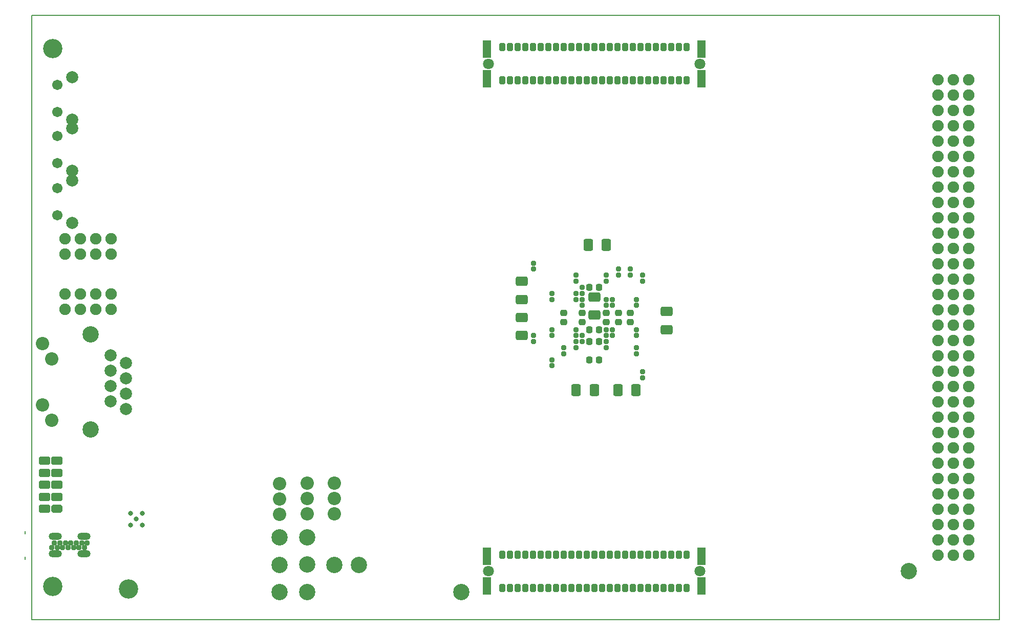
<source format=gbs>
G04*
G04 #@! TF.GenerationSoftware,Altium Limited,Altium Designer,19.0.10 (269)*
G04*
G04 Layer_Color=16711935*
%FSLAX44Y44*%
%MOMM*%
G71*
G01*
G75*
%ADD10C,0.1500*%
G04:AMPARAMS|DCode=20|XSize=0.9532mm|YSize=1.1032mm|CornerRadius=0.1954mm|HoleSize=0mm|Usage=FLASHONLY|Rotation=0.000|XOffset=0mm|YOffset=0mm|HoleType=Round|Shape=RoundedRectangle|*
%AMROUNDEDRECTD20*
21,1,0.9532,0.7125,0,0,0.0*
21,1,0.5625,1.1032,0,0,0.0*
1,1,0.3907,0.2813,-0.3563*
1,1,0.3907,-0.2813,-0.3563*
1,1,0.3907,-0.2813,0.3563*
1,1,0.3907,0.2813,0.3563*
%
%ADD20ROUNDEDRECTD20*%
G04:AMPARAMS|DCode=23|XSize=0.9532mm|YSize=1.1032mm|CornerRadius=0.1954mm|HoleSize=0mm|Usage=FLASHONLY|Rotation=90.000|XOffset=0mm|YOffset=0mm|HoleType=Round|Shape=RoundedRectangle|*
%AMROUNDEDRECTD23*
21,1,0.9532,0.7125,0,0,90.0*
21,1,0.5625,1.1032,0,0,90.0*
1,1,0.3907,0.3563,0.2813*
1,1,0.3907,0.3563,-0.2813*
1,1,0.3907,-0.3563,-0.2813*
1,1,0.3907,-0.3563,0.2813*
%
%ADD23ROUNDEDRECTD23*%
G04:AMPARAMS|DCode=38|XSize=0.8032mm|YSize=0.8032mm|CornerRadius=0.1766mm|HoleSize=0mm|Usage=FLASHONLY|Rotation=270.000|XOffset=0mm|YOffset=0mm|HoleType=Round|Shape=RoundedRectangle|*
%AMROUNDEDRECTD38*
21,1,0.8032,0.4500,0,0,270.0*
21,1,0.4500,0.8032,0,0,270.0*
1,1,0.3532,-0.2250,-0.2250*
1,1,0.3532,-0.2250,0.2250*
1,1,0.3532,0.2250,0.2250*
1,1,0.3532,0.2250,-0.2250*
%
%ADD38ROUNDEDRECTD38*%
%ADD43R,1.4032X2.9032*%
G04:AMPARAMS|DCode=44|XSize=1.0032mm|YSize=1.3032mm|CornerRadius=0.2016mm|HoleSize=0mm|Usage=FLASHONLY|Rotation=180.000|XOffset=0mm|YOffset=0mm|HoleType=Round|Shape=RoundedRectangle|*
%AMROUNDEDRECTD44*
21,1,1.0032,0.9000,0,0,180.0*
21,1,0.6000,1.3032,0,0,180.0*
1,1,0.4032,-0.3000,0.4500*
1,1,0.4032,0.3000,0.4500*
1,1,0.4032,0.3000,-0.4500*
1,1,0.4032,-0.3000,-0.4500*
%
%ADD44ROUNDEDRECTD44*%
%ADD45C,2.7032*%
%ADD46C,2.2032*%
%ADD47C,3.2032*%
%ADD48C,1.9032*%
%ADD49C,1.7032*%
%ADD50C,2.0032*%
%ADD51C,1.8032*%
G04:AMPARAMS|DCode=52|XSize=1.4224mm|YSize=1.9304mm|CornerRadius=0.4064mm|HoleSize=0mm|Usage=FLASHONLY|Rotation=270.000|XOffset=0mm|YOffset=0mm|HoleType=Round|Shape=RoundedRectangle|*
%AMROUNDEDRECTD52*
21,1,1.4224,1.1176,0,0,270.0*
21,1,0.6096,1.9304,0,0,270.0*
1,1,0.8128,-0.5588,-0.3048*
1,1,0.8128,-0.5588,0.3048*
1,1,0.8128,0.5588,0.3048*
1,1,0.8128,0.5588,-0.3048*
%
%ADD52ROUNDEDRECTD52*%
G04:AMPARAMS|DCode=53|XSize=1.4224mm|YSize=1.9304mm|CornerRadius=0mm|HoleSize=0mm|Usage=FLASHONLY|Rotation=270.000|XOffset=0mm|YOffset=0mm|HoleType=Round|Shape=Octagon|*
%AMOCTAGOND53*
4,1,8,0.9652,0.3556,0.9652,-0.3556,0.6096,-0.7112,-0.6096,-0.7112,-0.9652,-0.3556,-0.9652,0.3556,-0.6096,0.7112,0.6096,0.7112,0.9652,0.3556,0.0*
%
%ADD53OCTAGOND53*%

%ADD54O,2.2032X1.2032*%
%ADD55C,0.9532*%
%ADD56C,0.8032*%
G04:AMPARAMS|DCode=112|XSize=1.9532mm|YSize=1.5532mm|CornerRadius=0.2704mm|HoleSize=0mm|Usage=FLASHONLY|Rotation=180.000|XOffset=0mm|YOffset=0mm|HoleType=Round|Shape=RoundedRectangle|*
%AMROUNDEDRECTD112*
21,1,1.9532,1.0125,0,0,180.0*
21,1,1.4125,1.5532,0,0,180.0*
1,1,0.5407,-0.7063,0.5063*
1,1,0.5407,0.7063,0.5063*
1,1,0.5407,0.7063,-0.5063*
1,1,0.5407,-0.7063,-0.5063*
%
%ADD112ROUNDEDRECTD112*%
G04:AMPARAMS|DCode=113|XSize=1.9532mm|YSize=1.5532mm|CornerRadius=0.2704mm|HoleSize=0mm|Usage=FLASHONLY|Rotation=90.000|XOffset=0mm|YOffset=0mm|HoleType=Round|Shape=RoundedRectangle|*
%AMROUNDEDRECTD113*
21,1,1.9532,1.0125,0,0,90.0*
21,1,1.4125,1.5532,0,0,90.0*
1,1,0.5407,0.5063,0.7063*
1,1,0.5407,0.5063,-0.7063*
1,1,0.5407,-0.5063,-0.7063*
1,1,0.5407,-0.5063,0.7063*
%
%ADD113ROUNDEDRECTD113*%
D10*
X0Y0D02*
X1600000D01*
Y1000000D01*
X0D02*
X1600000D01*
X0Y0D02*
Y1000000D01*
X-11500Y99900D02*
Y103900D01*
Y141900D02*
Y145900D01*
D20*
X922000Y460000D02*
D03*
X938000D02*
D03*
X922000Y430000D02*
D03*
X938000D02*
D03*
X922000Y550000D02*
D03*
X938000D02*
D03*
X922000Y480000D02*
D03*
X938000D02*
D03*
D23*
X970000Y508000D02*
D03*
Y492000D02*
D03*
X950000Y508000D02*
D03*
Y492000D02*
D03*
X880000D02*
D03*
Y508000D02*
D03*
X990000Y508000D02*
D03*
Y492000D02*
D03*
X910000Y492000D02*
D03*
Y508000D02*
D03*
D38*
X830000Y590000D02*
D03*
X830000Y580000D02*
D03*
X960000Y530000D02*
D03*
X960000Y520000D02*
D03*
X1000000Y440000D02*
D03*
X1000000Y450000D02*
D03*
X910000Y530000D02*
D03*
X910000Y520000D02*
D03*
X950000Y470000D02*
D03*
X950000Y480000D02*
D03*
X990000Y570000D02*
D03*
X990000Y580000D02*
D03*
X860000Y530000D02*
D03*
X860000Y540000D02*
D03*
X1010000Y570000D02*
D03*
X1010000Y560000D02*
D03*
X1000000Y530000D02*
D03*
X1000000Y520000D02*
D03*
X950000Y570000D02*
D03*
X950000Y560000D02*
D03*
X830000Y460000D02*
D03*
X830000Y470000D02*
D03*
X910000Y550000D02*
D03*
X910000Y540000D02*
D03*
X900000Y570000D02*
D03*
X900000Y560000D02*
D03*
X950000Y520000D02*
D03*
X950000Y530000D02*
D03*
X900000Y450000D02*
D03*
X900000Y460000D02*
D03*
X900000Y470000D02*
D03*
X900000Y480000D02*
D03*
X860000Y420000D02*
D03*
X860000Y430000D02*
D03*
X910000Y460000D02*
D03*
X910000Y470000D02*
D03*
X880000Y440000D02*
D03*
X880000Y450000D02*
D03*
X900000Y540000D02*
D03*
X900000Y530000D02*
D03*
X1010000Y400000D02*
D03*
X1010000Y410000D02*
D03*
X950000Y450000D02*
D03*
X950000Y460000D02*
D03*
X860000Y480000D02*
D03*
X860000Y470000D02*
D03*
X1000000Y480000D02*
D03*
X1000000Y470000D02*
D03*
X970000Y580000D02*
D03*
X970000Y570000D02*
D03*
X960000Y470000D02*
D03*
X960000Y480000D02*
D03*
D43*
X752500Y895500D02*
D03*
Y944500D02*
D03*
X1107500Y895500D02*
D03*
Y944500D02*
D03*
X752500Y55500D02*
D03*
Y104500D02*
D03*
X1107500Y55500D02*
D03*
Y104500D02*
D03*
D44*
X777600Y892500D02*
D03*
D03*
X790300D02*
D03*
X803000D02*
D03*
X815700D02*
D03*
X828400D02*
D03*
X841100D02*
D03*
X853800D02*
D03*
X866500D02*
D03*
X879200D02*
D03*
X891900D02*
D03*
X904600D02*
D03*
X917300D02*
D03*
X930000D02*
D03*
X942700D02*
D03*
X955400D02*
D03*
X968100D02*
D03*
X980800D02*
D03*
X993500D02*
D03*
X1006200D02*
D03*
X1018900D02*
D03*
X777600Y947500D02*
D03*
D03*
X790300D02*
D03*
X803000D02*
D03*
X815700D02*
D03*
X828400D02*
D03*
X841100D02*
D03*
X853800D02*
D03*
X866500D02*
D03*
X879200D02*
D03*
X891900D02*
D03*
X904600D02*
D03*
X917300D02*
D03*
X930000D02*
D03*
X942700D02*
D03*
X955400D02*
D03*
X968100D02*
D03*
X980800D02*
D03*
X993500D02*
D03*
X1006200D02*
D03*
X1018900D02*
D03*
X1044300D02*
D03*
X1057000D02*
D03*
X1031600Y892500D02*
D03*
X1044300D02*
D03*
X1057000D02*
D03*
X1069700D02*
D03*
X1031600Y947500D02*
D03*
X1069700D02*
D03*
X1082400D02*
D03*
Y892500D02*
D03*
X777600Y52500D02*
D03*
D03*
X790300D02*
D03*
X803000D02*
D03*
X815700D02*
D03*
X828400D02*
D03*
X841100D02*
D03*
X853800D02*
D03*
X866500D02*
D03*
X879200D02*
D03*
X891900D02*
D03*
X904600D02*
D03*
X917300D02*
D03*
X930000D02*
D03*
X942700D02*
D03*
X955400D02*
D03*
X968100D02*
D03*
X980800D02*
D03*
X993500D02*
D03*
X1006200D02*
D03*
X1018900D02*
D03*
X777600Y107500D02*
D03*
D03*
X790300D02*
D03*
X803000D02*
D03*
X815700D02*
D03*
X828400D02*
D03*
X841100D02*
D03*
X853800D02*
D03*
X866500D02*
D03*
X879200D02*
D03*
X891900D02*
D03*
X904600D02*
D03*
X917300D02*
D03*
X930000D02*
D03*
X942700D02*
D03*
X955400D02*
D03*
X968100D02*
D03*
X980800D02*
D03*
X993500D02*
D03*
X1006200D02*
D03*
X1018900D02*
D03*
X1044300D02*
D03*
X1057000D02*
D03*
X1031600Y52500D02*
D03*
X1044300D02*
D03*
X1057000D02*
D03*
X1069700D02*
D03*
X1031600Y107500D02*
D03*
X1069700D02*
D03*
X1082400D02*
D03*
Y52500D02*
D03*
D45*
X541000Y90000D02*
D03*
X455000Y45000D02*
D03*
X410000Y44996D02*
D03*
X97480Y471890D02*
D03*
Y314410D02*
D03*
X1450000Y80000D02*
D03*
X410000Y90000D02*
D03*
X710000Y45000D02*
D03*
X500000Y90000D02*
D03*
X455000Y136000D02*
D03*
X410000D02*
D03*
X455000Y91000D02*
D03*
D46*
Y200000D02*
D03*
X455000Y225400D02*
D03*
Y174600D02*
D03*
X500000Y200000D02*
D03*
X500000Y225400D02*
D03*
Y174600D02*
D03*
X410000Y199600D02*
D03*
X410000Y225000D02*
D03*
Y174200D02*
D03*
X17978Y456396D02*
D03*
X33218Y329904D02*
D03*
Y430996D02*
D03*
X17978Y355304D02*
D03*
D47*
X160000Y50000D02*
D03*
X35000Y945000D02*
D03*
Y55000D02*
D03*
D48*
X55000Y539000D02*
D03*
Y513600D02*
D03*
X80400D02*
D03*
Y539000D02*
D03*
X131200D02*
D03*
Y513600D02*
D03*
X105800D02*
D03*
Y539000D02*
D03*
X55000Y630700D02*
D03*
Y605300D02*
D03*
X80400D02*
D03*
Y630700D02*
D03*
X131200D02*
D03*
Y605300D02*
D03*
X105800D02*
D03*
Y630700D02*
D03*
X1549000Y894000D02*
D03*
X1498200D02*
D03*
X1549000Y868600D02*
D03*
Y843200D02*
D03*
Y817800D02*
D03*
Y792400D02*
D03*
Y767000D02*
D03*
Y741600D02*
D03*
Y716200D02*
D03*
Y690800D02*
D03*
Y665400D02*
D03*
Y640000D02*
D03*
Y614600D02*
D03*
Y589200D02*
D03*
Y563800D02*
D03*
Y538400D02*
D03*
Y513000D02*
D03*
Y487600D02*
D03*
Y462200D02*
D03*
Y436800D02*
D03*
Y411400D02*
D03*
Y386000D02*
D03*
Y360600D02*
D03*
Y335200D02*
D03*
Y309800D02*
D03*
Y284400D02*
D03*
Y259000D02*
D03*
Y233600D02*
D03*
Y208200D02*
D03*
Y182800D02*
D03*
Y157400D02*
D03*
Y132000D02*
D03*
Y106600D02*
D03*
X1523600Y894000D02*
D03*
Y868600D02*
D03*
Y843200D02*
D03*
Y817800D02*
D03*
Y792400D02*
D03*
Y767000D02*
D03*
Y741600D02*
D03*
Y716200D02*
D03*
Y690800D02*
D03*
Y665400D02*
D03*
Y640000D02*
D03*
Y614600D02*
D03*
Y589200D02*
D03*
Y563800D02*
D03*
Y538400D02*
D03*
Y513000D02*
D03*
Y487600D02*
D03*
Y462200D02*
D03*
Y436800D02*
D03*
Y411400D02*
D03*
Y386000D02*
D03*
Y360600D02*
D03*
Y335200D02*
D03*
Y309800D02*
D03*
Y284400D02*
D03*
Y259000D02*
D03*
Y233600D02*
D03*
Y208200D02*
D03*
Y182800D02*
D03*
Y157400D02*
D03*
Y132000D02*
D03*
Y106600D02*
D03*
X1498200Y868600D02*
D03*
Y843200D02*
D03*
Y817800D02*
D03*
Y792400D02*
D03*
Y767000D02*
D03*
Y741600D02*
D03*
Y716200D02*
D03*
Y690800D02*
D03*
Y665400D02*
D03*
Y640000D02*
D03*
Y614600D02*
D03*
Y589200D02*
D03*
Y563800D02*
D03*
Y538400D02*
D03*
Y513000D02*
D03*
Y487600D02*
D03*
Y462200D02*
D03*
Y436800D02*
D03*
Y411400D02*
D03*
Y386000D02*
D03*
Y360600D02*
D03*
Y335200D02*
D03*
Y309800D02*
D03*
Y284400D02*
D03*
Y259000D02*
D03*
Y233600D02*
D03*
Y208200D02*
D03*
Y182800D02*
D03*
Y157400D02*
D03*
Y132000D02*
D03*
Y106600D02*
D03*
D49*
X42000Y885500D02*
D03*
Y840500D02*
D03*
Y714500D02*
D03*
Y669500D02*
D03*
Y800500D02*
D03*
Y755500D02*
D03*
D50*
X67000Y898000D02*
D03*
Y828000D02*
D03*
Y727000D02*
D03*
Y657000D02*
D03*
Y813000D02*
D03*
Y743000D02*
D03*
X155900Y399500D02*
D03*
X130500Y386800D02*
D03*
X155900Y424900D02*
D03*
X130500Y437600D02*
D03*
Y412200D02*
D03*
X155900Y374100D02*
D03*
Y348700D02*
D03*
X130500Y361400D02*
D03*
D51*
X1104500Y920000D02*
D03*
X755500D02*
D03*
X1104500Y80000D02*
D03*
X755500D02*
D03*
Y920000D02*
D03*
X1104500D02*
D03*
X755500Y80000D02*
D03*
X1104500D02*
D03*
D52*
X41000Y243000D02*
D03*
X21000D02*
D03*
X41000Y263000D02*
D03*
Y203000D02*
D03*
Y223000D02*
D03*
X21000Y263000D02*
D03*
Y203000D02*
D03*
Y223000D02*
D03*
Y183000D02*
D03*
D53*
X41000D02*
D03*
D54*
X86500Y108600D02*
D03*
X38500D02*
D03*
Y137200D02*
D03*
X86500D02*
D03*
D55*
X33000Y119000D02*
D03*
X42000D02*
D03*
X51000D02*
D03*
X60000D02*
D03*
X69000D02*
D03*
X37500Y126800D02*
D03*
X46500D02*
D03*
X55500D02*
D03*
X64500D02*
D03*
X73500D02*
D03*
X78000Y119000D02*
D03*
X82500Y126800D02*
D03*
X87000Y119000D02*
D03*
X91500Y126800D02*
D03*
D56*
X163000Y176000D02*
D03*
Y156000D02*
D03*
X183000D02*
D03*
Y176000D02*
D03*
X173000Y166000D02*
D03*
D112*
X810000Y470000D02*
D03*
Y500000D02*
D03*
X810000Y530000D02*
D03*
Y560000D02*
D03*
X1050000Y510000D02*
D03*
Y480000D02*
D03*
X930000Y504000D02*
D03*
Y534000D02*
D03*
D113*
X930000Y380000D02*
D03*
X900000D02*
D03*
X920000Y620000D02*
D03*
X950000D02*
D03*
X969000Y380000D02*
D03*
X999000D02*
D03*
M02*

</source>
